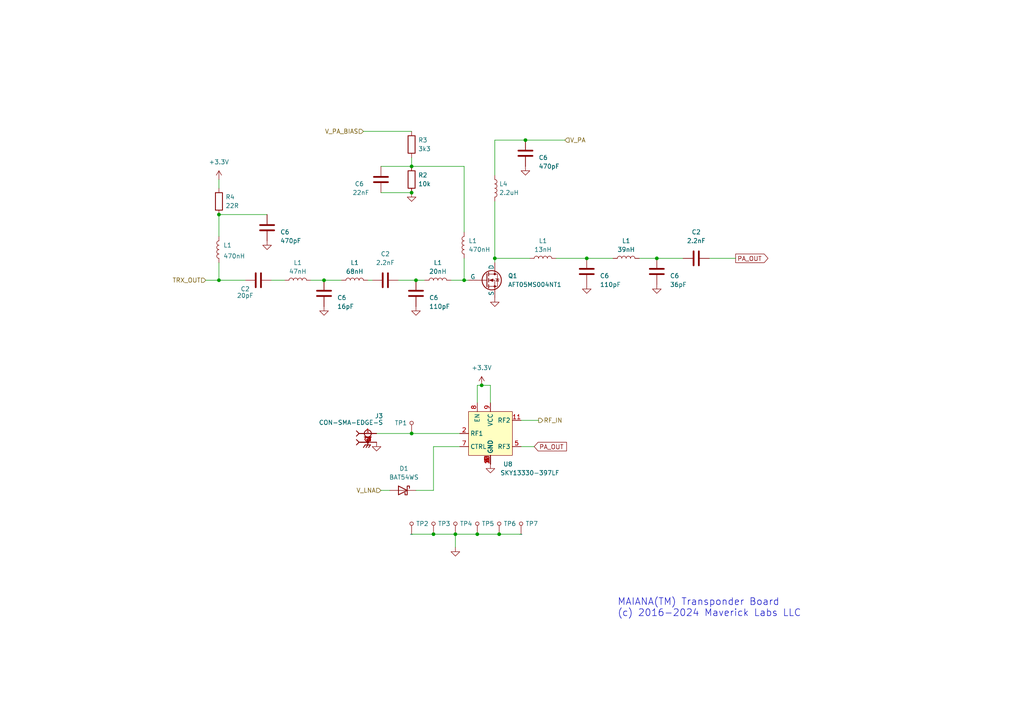
<source format=kicad_sch>
(kicad_sch (version 20230121) (generator eeschema)
  (paper "A4")
  (title_block (title "Transmitter Amplifier and Antenna Switch") (date "2024-02-03") (rev "11.9.1"))
  (lib_symbols
    (symbol "CON-SMA-EDGE-S:CON-SMA-EDGE-S" (pin_names (offset 1.016))
      (property "Reference" "J" (at -3.81 4.064 0))
      (property "Value" "CON-SMA-EDGE-S" (at -4.064 -4.318 0))
      (symbol "CON-SMA-EDGE-S_0_0"
        (polyline (pts (xy -3.302 -0.762) (xy -2.54 0)) (stroke (width 0.254)))
        (polyline (pts (xy -3.302 0.762) (xy -2.54 0)) (stroke (width 0.254)))
        (polyline (pts (xy -3.302 1.778) (xy -2.54 2.54)) (stroke (width 0.254)))
        (polyline (pts (xy -3.302 3.302) (xy -2.54 2.54)) (stroke (width 0.254)))
        (polyline (pts (xy -2.54 0) (xy 0 0)) (stroke (width 0.254)))
        (polyline (pts (xy -2.54 2.54) (xy 2.54 2.54)) (stroke (width 0.254)))
        (polyline (pts (xy -1.016 1.524) (xy 0 1.524)) (stroke (width 0.254)))
        (polyline (pts (xy -0.762 -0.762) (xy -1.27 -1.524)) (stroke (width 0.254)))
        (polyline (pts (xy 0 -0.762) (xy -0.762 -0.762)) (stroke (width 0.254)))
        (polyline (pts (xy 0 -0.762) (xy -0.508 -1.524)) (stroke (width 0.254)))
        (polyline (pts (xy 0 -0.762) (xy 0.762 -0.762)) (stroke (width 0.254)))
        (polyline (pts (xy 0 0) (xy -2.286 0)) (stroke (width 0.254)))
        (polyline (pts (xy 0 0) (xy 0 -0.762)) (stroke (width 0.254)))
        (polyline (pts (xy 0 1.524) (xy 0 0)) (stroke (width 0.254)))
        (polyline (pts (xy 0 1.524) (xy 1.016 1.524)) (stroke (width 0.254)))
        (polyline (pts (xy 0.762 -0.762) (xy 0.254 -1.524)) (stroke (width 0.254)))
        (polyline (pts (xy 2.54 0) (xy 0 0)) (stroke (width 0.254)))
        (circle (center 0 0) (radius 0.254) (stroke (width 0.254)))
        (circle (center 0 2.54) (radius 1.016) (stroke (width 0.254)))
        (pin passive line (at 2.54 2.54 180) (length 5.08) (name "~") (number "1"))
        (pin passive line (at 2.54 0 180) (length 5.08) (name "~") (number "G1"))
        (pin passive line (at 2.54 0 180) (length 5.08) (name "~") (number "G2"))
        (pin passive line (at 2.54 0 180) (length 5.08) (name "~") (number "G3"))
        (pin passive line (at 2.54 0 180) (length 5.08) (name "~") (number "G4"))
      )
    )
    (symbol "Device:C" (pin_numbers hide) (pin_names (offset 0.254))
      (property "Reference" "C" (at 0.635 2.54 0))
      (property "Value" "C" (at 0.635 -2.54 0))
      (symbol "C_0_1"
        (polyline (pts (xy -2.032 -0.762) (xy 2.032 -0.762)) (stroke (width 0.508)))
        (polyline (pts (xy -2.032 0.762) (xy 2.032 0.762)) (stroke (width 0.508)))
      )
      (symbol "C_1_1"
        (pin passive line (at 0 3.81 270) (length 2.794) (name "~") (number "1"))
        (pin passive line (at 0 -3.81 90) (length 2.794) (name "~") (number "2"))
      )
    )
    (symbol "Device:D_Schottky" (pin_numbers hide) (pin_names (offset 1.016) hide)
      (property "Reference" "D" (at 0 2.54 0))
      (property "Value" "D_Schottky" (at 0 -2.54 0))
      (symbol "D_Schottky_0_1"
        (polyline (pts (xy 1.27 0) (xy -1.27 0)))
        (polyline (pts (xy 1.27 1.27) (xy 1.27 -1.27) (xy -1.27 0) (xy 1.27 1.27)) (stroke (width 0.254)))
        (polyline (pts (xy -1.905 0.635) (xy -1.905 1.27) (xy -1.27 1.27) (xy -1.27 -1.27) (xy -0.635 -1.27) (xy -0.635 -0.635)) (stroke (width 0.254)))
      )
      (symbol "D_Schottky_1_1"
        (pin passive line (at -3.81 0 0) (length 2.54) (name "K") (number "1"))
        (pin passive line (at 3.81 0 180) (length 2.54) (name "A") (number "2"))
      )
    )
    (symbol "Device:L" (pin_numbers hide) (pin_names (offset 1.016) hide)
      (property "Reference" "L" (at -1.27 0 90))
      (property "Value" "L" (at 1.905 0 90))
      (symbol "L_0_1"
        (arc (start 0 -2.54) (mid 0.6323 -1.905) (end 0 -1.27))
        (arc (start 0 -1.27) (mid 0.6323 -0.635) (end 0 0))
        (arc (start 0 0) (mid 0.6323 0.635) (end 0 1.27))
        (arc (start 0 1.27) (mid 0.6323 1.905) (end 0 2.54))
      )
      (symbol "L_1_1"
        (pin passive line (at 0 3.81 270) (length 1.27) (name "1") (number "1"))
        (pin passive line (at 0 -3.81 90) (length 1.27) (name "2") (number "2"))
      )
    )
    (symbol "Device:R" (pin_numbers hide) (pin_names (offset 0))
      (property "Reference" "R" (at 2.032 0 90))
      (property "Value" "R" (at 0 0 90))
      (symbol "R_0_1"
        (rectangle (start -1.016 -2.54) (end 1.016 2.54) (stroke (width 0.254)))
      )
      (symbol "R_1_1"
        (pin passive line (at 0 3.81 270) (length 1.27) (name "~") (number "1"))
        (pin passive line (at 0 -3.81 90) (length 1.27) (name "~") (number "2"))
      )
    )
    (symbol "RF_Switch:SKY13330-397LF"
      (property "Reference" "U" (at 0 0 0))
      (symbol "SKY13330-397LF_1_1"
        (rectangle (start -6.35 6.35) (end 6.35 -6.35) (fill (type background)))
        (pin power_in line (at 0 -8.89 90) (length 2.54) (name "GND") (number "1"))
        (pin power_in line (at 0 -8.89 90) (length 2.54) (name "GND") (number "10"))
        (pin bidirectional line (at 8.89 3.81 180) (length 2.54) (name "RF2") (number "11"))
        (pin power_in line (at 0 -8.89 90) (length 2.54) (name "GND") (number "12"))
        (pin power_in line (at 0 -8.89 90) (length 2.54) (name "GND") (number "13"))
        (pin bidirectional line (at -8.89 0 0) (length 2.54) (name "RF1") (number "2"))
        (pin power_in line (at 0 -8.89 90) (length 2.54) (name "GND") (number "3"))
        (pin power_in line (at 0 -8.89 90) (length 2.54) (name "GND") (number "4"))
        (pin bidirectional line (at 8.89 -3.81 180) (length 2.54) (name "RF3") (number "5"))
        (pin power_in line (at 0 -8.89 90) (length 2.54) (name "GND") (number "6"))
        (pin input line (at -8.89 -3.81 0) (length 2.54) (name "CTRL") (number "7"))
        (pin input line (at -3.81 8.89 270) (length 2.54) (name "EN") (number "8"))
        (pin power_in line (at 0 8.89 270) (length 2.54) (name "VCC") (number "9"))
      )
    )
    (symbol "Simulation_SPICE:NMOS" (pin_numbers hide) (pin_names (offset 0))
      (property "Reference" "Q1" (at 6.35 1.27 0))
      (property "Value" "AFT05MS004NT1" (at 6.35 -1.27 0))
      (symbol "NMOS_0_1"
        (polyline (pts (xy 0.254 0) (xy -2.54 0)))
        (polyline (pts (xy 0.254 1.905) (xy 0.254 -1.905)) (stroke (width 0.254)))
        (polyline (pts (xy 0.762 -1.27) (xy 0.762 -2.286)) (stroke (width 0.254)))
        (polyline (pts (xy 0.762 0.508) (xy 0.762 -0.508)) (stroke (width 0.254)))
        (polyline (pts (xy 0.762 2.286) (xy 0.762 1.27)) (stroke (width 0.254)))
        (polyline (pts (xy 2.54 2.54) (xy 2.54 1.778)))
        (polyline (pts (xy 2.54 -2.54) (xy 2.54 0) (xy 0.762 0)))
        (polyline (pts (xy 0.762 -1.778) (xy 3.302 -1.778) (xy 3.302 1.778) (xy 0.762 1.778)))
        (polyline (pts (xy 1.016 0) (xy 2.032 0.381) (xy 2.032 -0.381) (xy 1.016 0)) (fill (type outline)))
        (polyline (pts (xy 2.794 0.508) (xy 2.921 0.381) (xy 3.683 0.381) (xy 3.81 0.254)))
        (polyline (pts (xy 3.302 0.381) (xy 2.921 -0.254) (xy 3.683 -0.254) (xy 3.302 0.381)))
        (circle (center 1.651 0) (radius 2.794) (stroke (width 0.254)))
        (circle (center 2.54 -1.778) (radius 0.254) (fill (type outline)))
        (circle (center 2.54 1.778) (radius 0.254) (fill (type outline)))
      )
      (symbol "NMOS_1_1"
        (pin input line (at -5.08 0 0) (length 2.54) (name "G") (number "1"))
        (pin passive line (at 2.54 -5.08 90) (length 2.54) (name "S") (number "2"))
        (pin passive line (at 2.54 5.08 270) (length 2.54) (name "D") (number "3"))
      )
    )
    (symbol "TestPads:TestPad-D1.0mm"
      (property "Reference" "TP" (at 1.27 4.826 0))
      (symbol "TestPad-D1.0mm_0_1"
        (circle (center 0 3.048) (radius 0.508))
      )
      (symbol "TestPad-D1.0mm_1_1"
        (pin passive line (at 0 0 90) (length 2.54) (name "P") (number "1"))
      )
    )
    (symbol "TestPads:TestPad-D1.2mm"
      (property "Reference" "TP" (at 1.27 4.826 0))
      (symbol "TestPad-D1.2mm_0_1"
        (circle (center 0 3.048) (radius 0.508))
      )
      (symbol "TestPad-D1.2mm_1_1"
        (pin passive line (at 0 0 90) (length 2.54) (name "P") (number "1"))
      )
    )
    (symbol "power:+3.3V" (power) (pin_names (offset 0))
      (property "Value" "+3.3V" (at 0 3.556 0))
      (symbol "+3.3V_0_1"
        (polyline (pts (xy -0.762 1.27) (xy 0 2.54)))
        (polyline (pts (xy 0 0) (xy 0 2.54)))
        (polyline (pts (xy 0 2.54) (xy 0.762 1.27)))
      )
      (symbol "+3.3V_1_1"
        (pin power_in line (at 0 0 90) (length 0) hide (name "+3.3V") (number "1"))
      )
    )
    (symbol "power:GND" (power) (pin_names (offset 0))
      (property "Value" "GND" (at 0 -3.81 0))
      (symbol "GND_0_1"
        (polyline (pts (xy 0 0) (xy 0 -1.27) (xy 1.27 -1.27) (xy 0 -2.54) (xy -1.27 -1.27) (xy 0 -1.27)))
      )
      (symbol "GND_1_1"
        (pin power_in line (at 0 0 270) (length 0) hide (name "GND") (number "1"))
      )
    )
  )
  (junction (at 143.51 74.93))
  (junction (at 93.98 81.28))
  (junction (at 119.38 55.88))
  (junction (at 134.62 81.28))
  (junction (at 132.08 154.94))
  (junction (at 119.38 125.73))
  (junction (at 63.5 62.23))
  (junction (at 190.5 74.93))
  (junction (at 170.18 74.93))
  (junction (at 139.7 111.76))
  (junction (at 120.65 81.28))
  (junction (at 152.4 40.64))
  (junction (at 144.78 154.94))
  (junction (at 63.5 81.28))
  (junction (at 119.38 48.26))
  (junction (at 125.73 154.94))
  (junction (at 138.43 154.94))
  (wire (pts (xy 138.43 111.76) (xy 139.7 111.76)))
  (wire (pts (xy 143.51 74.93) (xy 143.51 76.2)))
  (wire (pts (xy 139.7 111.76) (xy 142.24 111.76)))
  (wire (pts (xy 143.51 74.93) (xy 153.67 74.93)))
  (wire (pts (xy 134.62 67.31) (xy 134.62 48.26)))
  (wire (pts (xy 142.24 116.84) (xy 142.24 111.76)))
  (wire (pts (xy 133.35 125.73) (xy 119.38 125.73)))
  (wire (pts (xy 170.18 74.93) (xy 177.8 74.93)))
  (wire (pts (xy 132.08 154.94) (xy 138.43 154.94)))
  (wire (pts (xy 93.98 81.28) (xy 99.06 81.28)))
  (wire (pts (xy 78.74 81.28) (xy 82.55 81.28)))
  (wire (pts (xy 156.21 121.92) (xy 151.13 121.92)))
  (wire (pts (xy 125.73 129.54) (xy 133.35 129.54)))
  (wire (pts (xy 138.43 154.94) (xy 144.78 154.94)))
  (wire (pts (xy 205.74 74.93) (xy 213.36 74.93)))
  (wire (pts (xy 63.5 81.28) (xy 63.5 76.2)))
  (wire (pts (xy 59.69 81.28) (xy 63.5 81.28)))
  (wire (pts (xy 190.5 74.93) (xy 198.12 74.93)))
  (wire (pts (xy 151.13 129.54) (xy 154.94 129.54)))
  (wire (pts (xy 106.68 81.28) (xy 107.95 81.28)))
  (wire (pts (xy 138.43 116.84) (xy 138.43 111.76)))
  (wire (pts (xy 120.65 81.28) (xy 123.19 81.28)))
  (wire (pts (xy 185.42 74.93) (xy 190.5 74.93)))
  (wire (pts (xy 63.5 81.28) (xy 71.12 81.28)))
  (wire (pts (xy 143.51 58.42) (xy 143.51 74.93)))
  (wire (pts (xy 163.83 40.64) (xy 152.4 40.64)))
  (wire (pts (xy 143.51 40.64) (xy 143.51 50.8)))
  (wire (pts (xy 105.41 38.1) (xy 119.38 38.1)))
  (wire (pts (xy 110.49 48.26) (xy 119.38 48.26)))
  (wire (pts (xy 125.73 154.94) (xy 132.08 154.94)))
  (wire (pts (xy 130.81 81.28) (xy 134.62 81.28)))
  (wire (pts (xy 161.29 74.93) (xy 170.18 74.93)))
  (wire (pts (xy 110.49 142.24) (xy 113.03 142.24)))
  (wire (pts (xy 134.62 48.26) (xy 119.38 48.26)))
  (wire (pts (xy 63.5 52.07) (xy 63.5 54.61)))
  (wire (pts (xy 119.38 154.94) (xy 125.73 154.94)))
  (wire (pts (xy 110.49 55.88) (xy 119.38 55.88)))
  (wire (pts (xy 63.5 62.23) (xy 63.5 68.58)))
  (wire (pts (xy 119.38 125.73) (xy 109.22 125.73)))
  (wire (pts (xy 63.5 62.23) (xy 77.47 62.23)))
  (wire (pts (xy 134.62 74.93) (xy 134.62 81.28)))
  (wire (pts (xy 120.65 142.24) (xy 125.73 142.24)))
  (wire (pts (xy 125.73 142.24) (xy 125.73 129.54)))
  (wire (pts (xy 144.78 154.94) (xy 151.13 154.94)))
  (wire (pts (xy 90.17 81.28) (xy 93.98 81.28)))
  (wire (pts (xy 119.38 45.72) (xy 119.38 48.26)))
  (wire (pts (xy 115.57 81.28) (xy 120.65 81.28)))
  (wire (pts (xy 132.08 154.94) (xy 132.08 158.75)))
  (wire (pts (xy 152.4 40.64) (xy 143.51 40.64)))
  (wire (pts (xy 134.62 81.28) (xy 135.89 81.28)))
  (text "MAIANA(TM) Transponder Board\n(c) 2016-2024 Maverick Labs LLC" (at 179.07 179.07 0) (effects (font (size 2 2)) (justify left bottom)))
  (global_label "PA_OUT" (shape output) (at 213.36 74.93 0) (property "Intersheetrefs" "${INTERSHEET_REFS}" (effects hide)))
  (global_label "PA_OUT" (shape input) (at 154.94 129.54 0) (property "Intersheetrefs" "${INTERSHEET_REFS}" (effects hide)))
  (hierarchical_label "RF_IN" (shape output) (at 156.21 121.92 0))
  (hierarchical_label "V_LNA" (shape input) (at 110.49 142.24 180))
  (hierarchical_label "V_PA_BIAS" (shape input) (at 105.41 38.1 180))
  (hierarchical_label "V_PA" (shape input) (at 163.83 40.64 0))
  (hierarchical_label "TRX_OUT" (shape input) (at 59.69 81.28 180))
  (symbol (lib_id "Device:R") (at 63.5 58.42 0) (unit 1)
    (property "Reference" "R4" (at 65.405 57.15 0) (effects (justify left)))
    (property "Value" "22R" (at 65.405 59.69 0) (effects (justify left)))
    (property "Footprint" "Resistor_SMD:R_0603_1608Metric" (effects hide))
  )
  (symbol (lib_id "Device:L") (at 157.48 74.93 90) (unit 1)
    (property "Reference" "L1" (at 157.48 69.85 90))
    (property "Value" "13nH" (at 157.48 72.39 90))
    (property "Footprint" "Inductor_SMD:L_0603_1608Metric" (effects hide))
    (instances (project "transponder-11.9.1" (path "" (reference "L1") (unit 1)) (path "" (reference "L5") (unit 1))))
  )
  (symbol (lib_id "Device:L") (at 143.51 54.61 0) (unit 1)
    (property "Reference" "L4" (at 144.78 53.34 0) (effects (justify left)))
    (property "Value" "2.2uH" (at 144.78 55.88 0) (effects (justify left)))
    (property "Footprint" "Inductor_SMD:L_0805_2012Metric" (effects hide))
  )
  (symbol (lib_id "TestPads:TestPad-D1.2mm") (at 144.78 154.94 0) (unit 1)
    (property "Reference" "TP6" (at 146.05 151.892 0) (effects (justify left)))
    (property "Value" "~" (at 144.78 154.94 0))
    (property "Footprint" "TestPads:TP_1.2MM" (effects hide))
  )
  (symbol (lib_id "Device:C") (at 152.4 44.45 180) (unit 1)
    (property "Reference" "C6" (at 156.21 45.72 0) (effects (justify right)))
    (property "Value" "470pF" (at 156.21 48.26 0) (effects (justify right)))
    (property "Footprint" "Capacitor_SMD:C_0603_1608Metric" (effects hide))
    (instances (project "transponder-11.9.1" (path "" (reference "C6") (unit 1)) (path "" (reference "C13") (unit 1))))
  )
  (symbol (lib_id "power:GND") (at 170.18 82.55 0) (unit 1)
    (property "Reference" "#PWR025" (effects hide))
    (property "Value" "GND" (effects hide))
  )
  (symbol (lib_id "power:GND") (at 143.51 86.36 0) (unit 1)
    (property "Reference" "#PWR023" (effects hide))
    (property "Value" "GND" (effects hide))
  )
  (symbol (lib_id "Device:C") (at 120.65 85.09 180) (unit 1)
    (property "Reference" "C6" (at 124.46 86.36 0) (effects (justify right)))
    (property "Value" "110pF" (at 124.46 88.9 0) (effects (justify right)))
    (property "Footprint" "Capacitor_SMD:C_0603_1608Metric" (effects hide))
    (instances (project "transponder-11.9.1" (path "" (reference "C6") (unit 1)) (path "" (reference "C17") (unit 1))))
  )
  (symbol (lib_id "power:GND") (at 77.47 69.85 0) (unit 1)
    (property "Reference" "#PWR030" (effects hide))
    (property "Value" "GND" (effects hide))
  )
  (symbol (lib_id "power:GND") (at 120.65 88.9 0) (unit 1)
    (property "Reference" "#PWR027" (effects hide))
    (property "Value" "GND" (effects hide))
  )
  (symbol (lib_id "power:GND") (at 142.24 134.62 0) (mirror y) (unit 1)
    (property "Reference" "#PWR062" (effects hide))
    (property "Value" "GND" (effects hide))
  )
  (symbol (lib_id "Simulation_SPICE:NMOS") (at 140.97 81.28 0) (unit 1)
    (property "Reference" "Q1" (at 147.32 80.01 0) (effects (justify left)))
    (property "Value" "AFT05MS004NT1" (at 147.32 82.55 0) (effects (justify left)))
    (property "Footprint" "Package_TO_SOT_SMD:SOT-89-3" (effects hide))
    (property "Datasheet" "https://ngspice.sourceforge.io/docs/ngspice-manual.pdf" (effects hide))
    (property "Sim.Device" "NMOS" (effects hide))
    (property "Sim.Type" "VDMOS" (effects hide))
    (property "Sim.Pins" "1=D 2=G 3=S" (effects hide))
  )
  (symbol (lib_id "Device:L") (at 127 81.28 90) (unit 1)
    (property "Reference" "L1" (at 127 76.2 90))
    (property "Value" "20nH" (at 127 78.74 90))
    (property "Footprint" "Inductor_SMD:L_0603_1608Metric" (effects hide))
    (instances (project "transponder-11.9.1" (path "" (reference "L1") (unit 1)) (path "" (reference "L7") (unit 1))))
  )
  (symbol (lib_id "Device:C") (at 170.18 78.74 180) (unit 1)
    (property "Reference" "C6" (at 173.99 80.01 0) (effects (justify right)))
    (property "Value" "110pF" (at 173.99 82.55 0) (effects (justify right)))
    (property "Footprint" "Capacitor_SMD:C_0603_1608Metric" (effects hide))
    (instances (project "transponder-11.9.1" (path "" (reference "C6") (unit 1)) (path "" (reference "C14") (unit 1))))
  )
  (symbol (lib_id "Device:C") (at 201.93 74.93 90) (unit 1)
    (property "Reference" "C2" (at 201.93 67.31 90))
    (property "Value" "2.2nF" (at 201.93 69.85 90))
    (property "Footprint" "Capacitor_SMD:C_0603_1608Metric" (effects hide))
    (instances (project "transponder-11.9.1" (path "" (reference "C2") (unit 1)) (path "" (reference "C16") (unit 1))))
  )
  (symbol (lib_id "power:+3.3V") (at 63.5 52.07 0) (unit 1)
    (property "Reference" "#PWR031" (effects hide))
    (property "Value" "+3.3V" (at 63.5 46.99 0))
  )
  (symbol (lib_id "power:GND") (at 152.4 48.26 0) (unit 1)
    (property "Reference" "#PWR024" (effects hide))
    (property "Value" "GND" (effects hide))
  )
  (symbol (lib_id "TestPads:TestPad-D1.2mm") (at 132.08 154.94 0) (unit 1)
    (property "Reference" "TP4" (at 133.35 151.892 0) (effects (justify left)))
    (property "Value" "~" (at 132.08 154.94 0))
    (property "Footprint" "TestPads:TP_1.2MM" (effects hide))
  )
  (symbol (lib_id "Device:L") (at 102.87 81.28 90) (unit 1)
    (property "Reference" "L1" (at 102.87 76.2 90))
    (property "Value" "68nH" (at 102.87 78.74 90))
    (property "Footprint" "Inductor_SMD:L_0603_1608Metric" (effects hide))
    (instances (project "transponder-11.9.1" (path "" (reference "L1") (unit 1)) (path "" (reference "L11") (unit 1))))
  )
  (symbol (lib_id "power:GND") (at 132.08 158.75 0) (unit 1)
    (property "Reference" "#PWR073" (effects hide))
    (property "Value" "GND" (effects hide))
  )
  (symbol (lib_id "power:GND") (at 93.98 88.9 0) (unit 1)
    (property "Reference" "#PWR029" (effects hide))
    (property "Value" "GND" (effects hide))
  )
  (symbol (lib_id "TestPads:TestPad-D1.0mm") (at 119.38 125.73 0) (mirror y) (unit 1)
    (property "Reference" "TP1" (at 118.11 122.682 0) (effects (justify left)))
    (property "Value" "~" (at 119.38 125.73 0))
    (property "Footprint" "TestPads:TP_1.0MM" (effects hide))
  )
  (symbol (lib_id "TestPads:TestPad-D1.2mm") (at 151.13 154.94 0) (unit 1)
    (property "Reference" "TP7" (at 152.4 151.892 0) (effects (justify left)))
    (property "Value" "~" (at 151.13 154.94 0))
    (property "Footprint" "TestPads:TP_1.2MM" (effects hide))
  )
  (symbol (lib_id "Device:C") (at 190.5 78.74 180) (unit 1)
    (property "Reference" "C6" (at 194.31 80.01 0) (effects (justify right)))
    (property "Value" "36pF" (at 194.31 82.55 0) (effects (justify right)))
    (property "Footprint" "Capacitor_SMD:C_0603_1608Metric" (effects hide))
    (instances (project "transponder-11.9.1" (path "" (reference "C6") (unit 1)) (path "" (reference "C15") (unit 1))))
  )
  (symbol (lib_id "Device:C") (at 110.49 52.07 180) (unit 1)
    (property "Reference" "C6" (at 102.87 53.34 0) (effects (justify right)))
    (property "Value" "22nF" (at 102.235 55.88 0) (effects (justify right)))
    (property "Footprint" "Capacitor_SMD:C_0603_1608Metric" (effects hide))
    (instances (project "transponder-11.9.1" (path "" (reference "C6") (unit 1)) (path "" (reference "C19") (unit 1))))
  )
  (symbol (lib_id "TestPads:TestPad-D1.2mm") (at 125.73 154.94 0) (unit 1)
    (property "Reference" "TP3" (at 127 151.892 0) (effects (justify left)))
    (property "Value" "~" (at 125.73 154.94 0))
    (property "Footprint" "TestPads:TP_1.2MM" (effects hide))
  )
  (symbol (lib_id "Device:D_Schottky") (at 116.84 142.24 0) (mirror y) (unit 1)
    (property "Reference" "D1" (at 117.1575 135.89 0))
    (property "Value" "BAT54WS" (at 117.1575 138.43 0))
    (property "Footprint" "Diode_SMD:D_SOD-323" (effects hide))
    (instances (project "transponder-11.9.1" (path "" (reference "D1") (unit 1)) (path "" (reference "D3") (unit 1)) (path "" (reference "D4") (unit 1))))
  )
  (symbol (lib_id "Device:L") (at 63.5 72.39 180) (unit 1)
    (property "Reference" "L1" (at 64.77 71.12 0) (effects (justify right)))
    (property "Value" "470nH" (at 64.77 74.295 0) (effects (justify right)))
    (property "Footprint" "Inductor_SMD:L_0603_1608Metric" (effects hide))
    (instances (project "transponder-11.9.1" (path "" (reference "L1") (unit 1)) (path "" (reference "L9") (unit 1))))
  )
  (symbol (lib_id "Device:L") (at 181.61 74.93 90) (unit 1)
    (property "Reference" "L1" (at 181.61 69.85 90))
    (property "Value" "39nH" (at 181.61 72.39 90))
    (property "Footprint" "Inductor_SMD:L_0603_1608Metric" (effects hide))
    (instances (project "transponder-11.9.1" (path "" (reference "L1") (unit 1)) (path "" (reference "L6") (unit 1))))
  )
  (symbol (lib_id "Device:C") (at 74.93 81.28 90) (unit 1)
    (property "Reference" "C2" (at 71.12 83.82 90))
    (property "Value" "20pF" (at 71.12 85.725 90))
    (property "Footprint" "Capacitor_SMD:C_0603_1608Metric" (effects hide))
    (instances (project "transponder-11.9.1" (path "" (reference "C2") (unit 1)) (path "" (reference "C21") (unit 1))))
  )
  (symbol (lib_id "Device:L") (at 134.62 71.12 180) (unit 1)
    (property "Reference" "L1" (at 135.89 69.85 0) (effects (justify right)))
    (property "Value" "470nH" (at 135.89 72.39 0) (effects (justify right)))
    (property "Footprint" "Inductor_SMD:L_0603_1608Metric" (effects hide))
    (instances (project "transponder-11.9.1" (path "" (reference "L1") (unit 1)) (path "" (reference "L8") (unit 1))))
  )
  (symbol (lib_id "Device:R") (at 119.38 52.07 0) (unit 1)
    (property "Reference" "R2" (at 121.285 50.8 0) (effects (justify left)))
    (property "Value" "10k" (at 121.285 53.34 0) (effects (justify left)))
    (property "Footprint" "Resistor_SMD:R_0603_1608Metric" (effects hide))
  )
  (symbol (lib_id "Device:C") (at 111.76 81.28 90) (unit 1)
    (property "Reference" "C2" (at 111.76 73.66 90))
    (property "Value" "2.2nF" (at 111.76 76.2 90))
    (property "Footprint" "Capacitor_SMD:C_0603_1608Metric" (effects hide))
    (instances (project "transponder-11.9.1" (path "" (reference "C2") (unit 1)) (path "" (reference "C18") (unit 1))))
  )
  (symbol (lib_id "Device:C") (at 93.98 85.09 180) (unit 1)
    (property "Reference" "C6" (at 97.79 86.36 0) (effects (justify right)))
    (property "Value" "16pF" (at 97.79 88.9 0) (effects (justify right)))
    (property "Footprint" "Capacitor_SMD:C_0603_1608Metric" (effects hide))
    (instances (project "transponder-11.9.1" (path "" (reference "C6") (unit 1)) (path "" (reference "C22") (unit 1))))
  )
  (symbol (lib_id "power:GND") (at 190.5 82.55 0) (unit 1)
    (property "Reference" "#PWR026" (effects hide))
    (property "Value" "GND" (effects hide))
  )
  (symbol (lib_id "Device:R") (at 119.38 41.91 0) (unit 1)
    (property "Reference" "R3" (at 121.285 40.64 0) (effects (justify left)))
    (property "Value" "3k3" (at 121.285 43.18 0) (effects (justify left)))
    (property "Footprint" "Resistor_SMD:R_0603_1608Metric" (effects hide))
  )
  (symbol (lib_id "power:+3.3V") (at 139.7 111.76 0) (mirror y) (unit 1)
    (property "Reference" "#PWR063" (effects hide))
    (property "Value" "+3.3V" (at 139.7 106.68 0))
  )
  (symbol (lib_id "power:GND") (at 119.38 55.88 0) (unit 1)
    (property "Reference" "#PWR028" (effects hide))
    (property "Value" "GND" (effects hide))
  )
  (symbol (lib_id "Device:L") (at 86.36 81.28 90) (unit 1)
    (property "Reference" "L1" (at 86.36 76.2 90))
    (property "Value" "47nH" (at 86.36 78.74 90))
    (property "Footprint" "Inductor_SMD:L_0603_1608Metric" (effects hide))
    (instances (project "transponder-11.9.1" (path "" (reference "L1") (unit 1)) (path "" (reference "L10") (unit 1))))
  )
  (symbol (lib_id "CON-SMA-EDGE-S:CON-SMA-EDGE-S") (at 106.68 128.27 0) (unit 1)
    (property "Reference" "J3" (at 111.125 120.65 0) (effects (justify right)))
    (property "Value" "CON-SMA-EDGE-S" (at 111.125 122.555 0) (effects (justify right)))
    (property "Footprint" "KiCadFootprints:RFSOLUTIONS_CON-SMA-EDGE-S" (effects hide))
    (property "DigiKey_Part_Number" "CON-SMA-EDGE-S-ND" (effects hide))
    (property "MF" "RF Solutions" (effects hide))
    (property "MAXIMUM_PACKAGE_HEIGHT" "6.35mm" (effects hide))
    (property "Package" "None" (effects hide))
    (property "Check_prices" "https://www.snapeda.com/parts/CON-SMA-EDGE-S/RF+Solutions/view-part/?ref=eda" (effects hide))
    (property "STANDARD" "Manufacturer Recommendations" (effects hide))
    (property "PARTREV" "1" (effects hide))
    (property "SnapEDA_Link" "https://www.snapeda.com/parts/CON-SMA-EDGE-S/RF+Solutions/view-part/?ref=snap" (effects hide))
    (property "MP" "CON-SMA-EDGE-S" (effects hide))
    (property "Purchase-URL" "https://pricing.snapeda.com/search?q=CON-SMA-EDGE-S&ref=eda" (effects hide))
    (property "Description" "\nSMA Connector Jack, Female Socket - Board Edge, End Launch Solder\n" (effects hide))
    (property "MANUFACTURER" "RF Solutions" (effects hide))
  )
  (symbol (lib_id "TestPads:TestPad-D1.2mm") (at 119.38 154.94 0) (unit 1)
    (property "Reference" "TP2" (at 120.65 151.892 0) (effects (justify left)))
    (property "Value" "~" (at 119.38 154.94 0))
    (property "Footprint" "TestPads:TP_1.2MM" (effects hide))
  )
  (symbol (lib_id "TestPads:TestPad-D1.2mm") (at 138.43 154.94 0) (unit 1)
    (property "Reference" "TP5" (at 139.7 151.892 0) (effects (justify left)))
    (property "Value" "~" (at 138.43 154.94 0))
    (property "Footprint" "TestPads:TP_1.2MM" (effects hide))
  )
  (symbol (lib_id "power:GND") (at 109.22 128.27 0) (mirror y) (unit 1)
    (property "Reference" "#PWR064" (effects hide))
    (property "Value" "GND" (effects hide))
  )
  (symbol (lib_id "RF_Switch:SKY13330-397LF") (at 142.24 125.73 0) (unit 1)
    (property "Reference" "U8" (at 147.32 134.62 0))
    (property "Value" "SKY13330-397LF" (at 153.67 137.16 0))
    (property "Footprint" "KiCadFootprints:QFN50P200X200X65-13N" (effects hide))
    (property "Datasheet" "https://www.skyworksinc.com/-/media/SkyWorks/Documents/Products/601-700/SKY13330_397LF_201407E.pdf" (effects hide))
  )
  (symbol (lib_id "Device:C") (at 77.47 66.04 180) (unit 1)
    (property "Reference" "C6" (at 81.28 67.31 0) (effects (justify right)))
    (property "Value" "470pF" (at 81.28 69.85 0) (effects (justify right)))
    (property "Footprint" "Capacitor_SMD:C_0603_1608Metric" (effects hide))
    (instances (project "transponder-11.9.1" (path "" (reference "C6") (unit 1)) (path "" (reference "C20") (unit 1))))
  )
)
</source>
